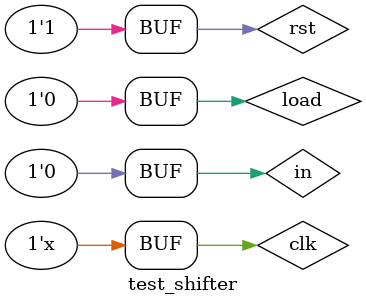
<source format=v>
`timescale 1ns / 1ps


module test_shifter();
    reg clk, in, load, rst;
    wire [7:0]s;
    ringshifter U0 (.clk(clk),.in(in),.load(load),.rst(rst),.s(s));
    
    always 
        #5 clk = (~clk);
    initial
    begin
    clk = 1;
    load = 0;
    in = 0;
    rst = 0;
    #10 rst = 1;
end  
endmodule

</source>
